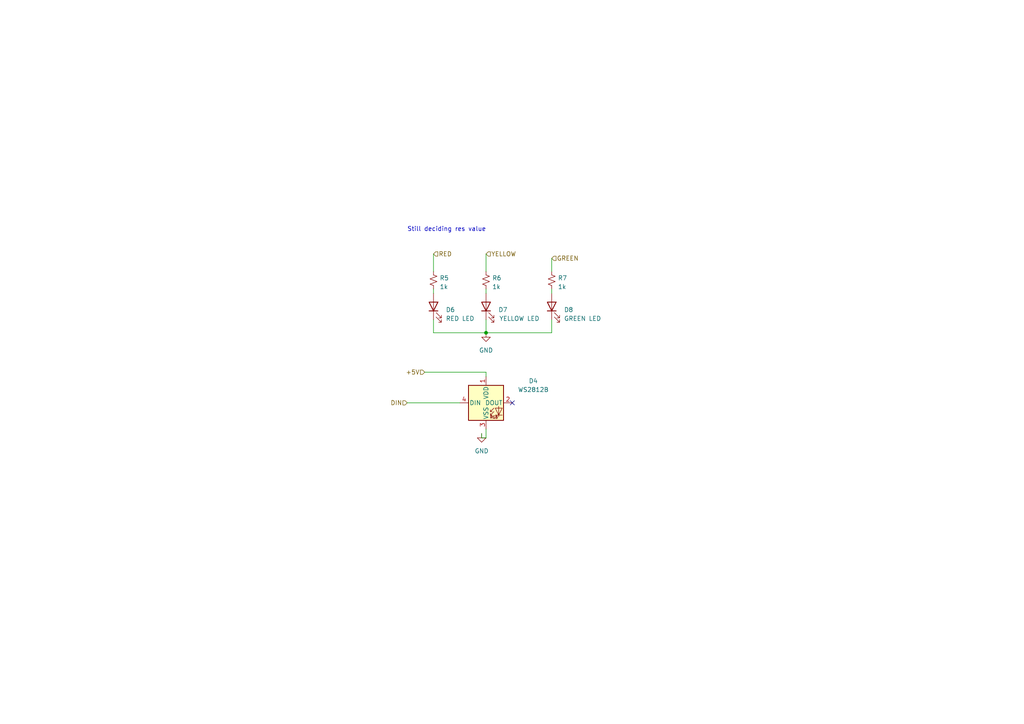
<source format=kicad_sch>
(kicad_sch (version 20230121) (generator eeschema)
  (paper "A4")
  (lib_symbols
    (symbol "Device:LED" (pin_numbers hide) (pin_names (offset 1.016) hide)
      (property "Reference" "D" (at 0 2.54 0))
      (property "Value" "LED" (at 0 -2.54 0))
      (symbol "LED_0_1"
        (polyline (pts (xy -1.27 -1.27) (xy -1.27 1.27)) (stroke (width 0.254)))
        (polyline (pts (xy -1.27 0) (xy 1.27 0)))
        (polyline (pts (xy 1.27 -1.27) (xy 1.27 1.27) (xy -1.27 0) (xy 1.27 -1.27)) (stroke (width 0.254)))
        (polyline (pts (xy -3.048 -0.762) (xy -4.572 -2.286) (xy -3.81 -2.286) (xy -4.572 -2.286) (xy -4.572 -1.524)))
        (polyline (pts (xy -1.778 -0.762) (xy -3.302 -2.286) (xy -2.54 -2.286) (xy -3.302 -2.286) (xy -3.302 -1.524)))
      )
      (symbol "LED_1_1"
        (pin passive line (at -3.81 0 0) (length 2.54) (name "K") (number "1"))
        (pin passive line (at 3.81 0 180) (length 2.54) (name "A") (number "2"))
      )
    )
    (symbol "Device:R_Small_US" (pin_numbers hide) (pin_names (offset 0.254) hide)
      (property "Reference" "R" (at 0.762 0.508 0))
      (property "Value" "R_Small_US" (at 0.762 -1.016 0))
      (symbol "R_Small_US_1_1"
        (polyline (pts (xy 0 0) (xy 1.016 -0.381) (xy 0 -0.762) (xy -1.016 -1.143) (xy 0 -1.524)))
        (polyline (pts (xy 0 1.524) (xy 1.016 1.143) (xy 0 0.762) (xy -1.016 0.381) (xy 0 0)))
        (pin passive line (at 0 2.54 270) (length 1.016) (name "~") (number "1"))
        (pin passive line (at 0 -2.54 90) (length 1.016) (name "~") (number "2"))
      )
    )
    (symbol "LED:WS2812B" (pin_names (offset 0.254))
      (property "Reference" "D" (at 5.08 5.715 0))
      (property "Value" "WS2812B" (at 1.27 -5.715 0))
      (symbol "WS2812B_0_0"
        (text "RGB" (at 2.286 -4.191 0) (effects (font (size 0.762 0.762))))
      )
      (symbol "WS2812B_0_1"
        (polyline (pts (xy 1.27 -3.556) (xy 1.778 -3.556)))
        (polyline (pts (xy 1.27 -2.54) (xy 1.778 -2.54)))
        (polyline (pts (xy 4.699 -3.556) (xy 2.667 -3.556)))
        (polyline (pts (xy 2.286 -2.54) (xy 1.27 -3.556) (xy 1.27 -3.048)))
        (polyline (pts (xy 2.286 -1.524) (xy 1.27 -2.54) (xy 1.27 -2.032)))
        (polyline (pts (xy 3.683 -1.016) (xy 3.683 -3.556) (xy 3.683 -4.064)))
        (polyline (pts (xy 4.699 -1.524) (xy 2.667 -1.524) (xy 3.683 -3.556) (xy 4.699 -1.524)))
        (rectangle (start 5.08 5.08) (end -5.08 -5.08) (stroke (width 0.254)) (fill (type background)))
      )
      (symbol "WS2812B_1_1"
        (pin power_in line (at 0 7.62 270) (length 2.54) (name "VDD") (number "1"))
        (pin output line (at 7.62 0 180) (length 2.54) (name "DOUT") (number "2"))
        (pin power_in line (at 0 -7.62 90) (length 2.54) (name "VSS") (number "3"))
        (pin input line (at -7.62 0 0) (length 2.54) (name "DIN") (number "4"))
      )
    )
    (symbol "power:GND" (power) (pin_names (offset 0))
      (property "Value" "GND" (at 0 -3.81 0))
      (symbol "GND_0_1"
        (polyline (pts (xy 0 0) (xy 0 -1.27) (xy 1.27 -1.27) (xy 0 -2.54) (xy -1.27 -1.27) (xy 0 -1.27)))
      )
      (symbol "GND_1_1"
        (pin power_in line (at 0 0 270) (length 0) hide (name "GND") (number "1"))
      )
    )
  )
  (junction (at 140.97 96.52))
  (no_connect (at 148.59 116.84))
  (wire (pts (xy 139.7 127) (xy 139.7 125.73)))
  (wire (pts (xy 123.19 107.95) (xy 140.97 107.95)))
  (wire (pts (xy 118.11 116.84) (xy 133.35 116.84)))
  (wire (pts (xy 160.02 74.93) (xy 160.02 78.74)))
  (wire (pts (xy 125.73 96.52) (xy 140.97 96.52)))
  (wire (pts (xy 140.97 96.52) (xy 160.02 96.52)))
  (wire (pts (xy 140.97 83.82) (xy 140.97 85.09)))
  (wire (pts (xy 125.73 83.82) (xy 125.73 85.09)))
  (wire (pts (xy 140.97 109.22) (xy 140.97 107.95)))
  (wire (pts (xy 140.97 92.71) (xy 140.97 96.52)))
  (wire (pts (xy 140.97 73.66) (xy 140.97 78.74)))
  (wire (pts (xy 160.02 83.82) (xy 160.02 85.09)))
  (wire (pts (xy 125.73 92.71) (xy 125.73 96.52)))
  (wire (pts (xy 160.02 92.71) (xy 160.02 96.52)))
  (wire (pts (xy 140.97 124.46) (xy 140.97 127)))
  (wire (pts (xy 125.73 73.66) (xy 125.73 78.74)))
  (wire (pts (xy 140.97 127) (xy 139.7 127)))
  (text "Still deciding res value\n" (at 118.11 67.31 0) (effects (font (size 1.27 1.27)) (justify left bottom)))
  (hierarchical_label "GREEN" (shape input) (at 160.02 74.93 0))
  (hierarchical_label "RED" (shape input) (at 125.73 73.66 0))
  (hierarchical_label "DIN" (shape input) (at 118.11 116.84 180))
  (hierarchical_label "+5V" (shape input) (at 123.19 107.95 180))
  (hierarchical_label "YELLOW" (shape input) (at 140.97 73.66 0))
  (symbol (lib_id "Device:R_Small_US") (at 140.97 81.28 0) (unit 1)
    (property "Reference" "R6" (at 142.748 80.645 0) (effects (justify left)))
    (property "Value" "1k" (at 142.748 83.185 0) (effects (justify left)))
    (property "Footprint" "Resistor_SMD:R_0603_1608Metric" (effects hide))
    (property "LCSC" "C21190" (effects hide))
  )
  (symbol (lib_id "power:GND") (at 140.97 96.52 0) (unit 1)
    (property "Reference" "#PWR021" (effects hide))
    (property "Value" "GND" (at 140.97 101.6 0))
    (instances (project "LAS_V2" (path "" (reference "#PWR021") (unit 1)) (path "" (reference "#PWR017") (unit 1))))
  )
  (symbol (lib_id "power:GND") (at 139.7 125.73 0) (unit 1)
    (property "Reference" "#PWR021" (effects hide))
    (property "Value" "GND" (at 139.7 130.81 0))
    (instances (project "LAS_V2" (path "" (reference "#PWR021") (unit 1)) (path "" (reference "#PWR016") (unit 1))))
  )
  (symbol (lib_id "Device:LED") (at 160.02 88.9 90) (unit 1)
    (property "Reference" "D8" (at 163.576 89.8525 90) (effects (justify right)))
    (property "Value" "GREEN LED" (at 163.576 92.3925 90) (effects (justify right)))
    (property "Footprint" "LED_SMD:LED_0805_2012Metric" (effects hide))
    (property "LCSC" "C2297" (effects hide))
    (instances (project "LAS_V2" (path "" (reference "D8") (unit 1)) (path "" (reference "D5") (unit 1))))
  )
  (symbol (lib_id "LED:WS2812B") (at 140.97 116.84 0) (unit 1)
    (property "Reference" "D4" (at 154.686 110.49 0))
    (property "Value" "WS2812B" (at 154.686 113.03 0))
    (property "Footprint" "LED_SMD:LED_WS2812B_PLCC4_5.0x5.0mm_P3.2mm" (effects hide))
    (property "Datasheet" "https://cdn-shop.adafruit.com/datasheets/WS2812B.pdf" (effects hide))
    (property "LCSC" "C2843785" (effects hide))
  )
  (symbol (lib_id "Device:R_Small_US") (at 160.02 81.28 0) (unit 1)
    (property "Reference" "R7" (at 161.798 80.645 0) (effects (justify left)))
    (property "Value" "1k" (at 161.798 83.185 0) (effects (justify left)))
    (property "Footprint" "Resistor_SMD:R_0603_1608Metric" (effects hide))
    (property "LCSC" "C21190" (effects hide))
  )
  (symbol (lib_id "Device:R_Small_US") (at 125.73 81.28 0) (unit 1)
    (property "Reference" "R5" (at 127.508 80.645 0) (effects (justify left)))
    (property "Value" "1k" (at 127.508 83.185 0) (effects (justify left)))
    (property "Footprint" "Resistor_SMD:R_0603_1608Metric" (effects hide))
    (property "LCSC" "C21190" (effects hide))
  )
  (symbol (lib_id "Device:LED") (at 125.73 88.9 90) (unit 1)
    (property "Reference" "D6" (at 129.286 89.8525 90) (effects (justify right)))
    (property "Value" "RED LED" (at 129.286 92.3925 90) (effects (justify right)))
    (property "Footprint" "LED_SMD:LED_0805_2012Metric" (effects hide))
    (property "LCSC" "C84256" (effects hide))
    (instances (project "LAS_V2" (path "" (reference "D6") (unit 1)) (path "" (reference "D2") (unit 1))))
  )
  (symbol (lib_id "Device:LED") (at 140.97 88.9 90) (unit 1)
    (property "Reference" "D7" (at 144.526 89.8525 90) (effects (justify right)))
    (property "Value" "YELLOW LED" (at 144.78 92.3925 90) (effects (justify right)))
    (property "Footprint" "LED_SMD:LED_0805_2012Metric" (effects hide))
    (property "LCSC" "C2296" (effects hide))
    (instances (project "LAS_V2" (path "" (reference "D7") (unit 1)) (path "" (reference "D3") (unit 1))))
  )
)
</source>
